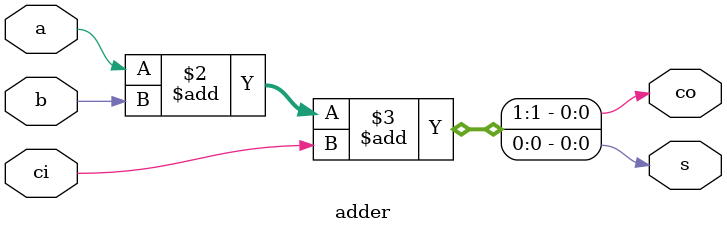
<source format=v>
module adder(
input a,
input b,
input ci,
output s,
output co
);

    wire a, b, ci;
    reg s, co;
	
	always@(*)
	begin
    {co, s} = a + b + ci;
	end 
	
endmodule

</source>
